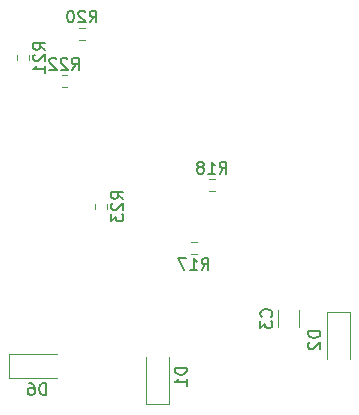
<source format=gbo>
G04 #@! TF.GenerationSoftware,KiCad,Pcbnew,9.0.2*
G04 #@! TF.CreationDate,2025-11-17T19:55:37+09:00*
G04 #@! TF.ProjectId,PitoBoard2026,5069746f-426f-4617-9264-323032362e6b,rev?*
G04 #@! TF.SameCoordinates,Original*
G04 #@! TF.FileFunction,Legend,Bot*
G04 #@! TF.FilePolarity,Positive*
%FSLAX46Y46*%
G04 Gerber Fmt 4.6, Leading zero omitted, Abs format (unit mm)*
G04 Created by KiCad (PCBNEW 9.0.2) date 2025-11-17 19:55:37*
%MOMM*%
%LPD*%
G01*
G04 APERTURE LIST*
%ADD10C,0.150000*%
%ADD11C,0.120000*%
G04 APERTURE END LIST*
D10*
X143584819Y-63257142D02*
X143108628Y-62923809D01*
X143584819Y-62685714D02*
X142584819Y-62685714D01*
X142584819Y-62685714D02*
X142584819Y-63066666D01*
X142584819Y-63066666D02*
X142632438Y-63161904D01*
X142632438Y-63161904D02*
X142680057Y-63209523D01*
X142680057Y-63209523D02*
X142775295Y-63257142D01*
X142775295Y-63257142D02*
X142918152Y-63257142D01*
X142918152Y-63257142D02*
X143013390Y-63209523D01*
X143013390Y-63209523D02*
X143061009Y-63161904D01*
X143061009Y-63161904D02*
X143108628Y-63066666D01*
X143108628Y-63066666D02*
X143108628Y-62685714D01*
X142680057Y-63638095D02*
X142632438Y-63685714D01*
X142632438Y-63685714D02*
X142584819Y-63780952D01*
X142584819Y-63780952D02*
X142584819Y-64019047D01*
X142584819Y-64019047D02*
X142632438Y-64114285D01*
X142632438Y-64114285D02*
X142680057Y-64161904D01*
X142680057Y-64161904D02*
X142775295Y-64209523D01*
X142775295Y-64209523D02*
X142870533Y-64209523D01*
X142870533Y-64209523D02*
X143013390Y-64161904D01*
X143013390Y-64161904D02*
X143584819Y-63590476D01*
X143584819Y-63590476D02*
X143584819Y-64209523D01*
X142584819Y-64542857D02*
X142584819Y-65161904D01*
X142584819Y-65161904D02*
X142965771Y-64828571D01*
X142965771Y-64828571D02*
X142965771Y-64971428D01*
X142965771Y-64971428D02*
X143013390Y-65066666D01*
X143013390Y-65066666D02*
X143061009Y-65114285D01*
X143061009Y-65114285D02*
X143156247Y-65161904D01*
X143156247Y-65161904D02*
X143394342Y-65161904D01*
X143394342Y-65161904D02*
X143489580Y-65114285D01*
X143489580Y-65114285D02*
X143537200Y-65066666D01*
X143537200Y-65066666D02*
X143584819Y-64971428D01*
X143584819Y-64971428D02*
X143584819Y-64685714D01*
X143584819Y-64685714D02*
X143537200Y-64590476D01*
X143537200Y-64590476D02*
X143489580Y-64542857D01*
X148954819Y-77561905D02*
X147954819Y-77561905D01*
X147954819Y-77561905D02*
X147954819Y-77800000D01*
X147954819Y-77800000D02*
X148002438Y-77942857D01*
X148002438Y-77942857D02*
X148097676Y-78038095D01*
X148097676Y-78038095D02*
X148192914Y-78085714D01*
X148192914Y-78085714D02*
X148383390Y-78133333D01*
X148383390Y-78133333D02*
X148526247Y-78133333D01*
X148526247Y-78133333D02*
X148716723Y-78085714D01*
X148716723Y-78085714D02*
X148811961Y-78038095D01*
X148811961Y-78038095D02*
X148907200Y-77942857D01*
X148907200Y-77942857D02*
X148954819Y-77800000D01*
X148954819Y-77800000D02*
X148954819Y-77561905D01*
X148954819Y-79085714D02*
X148954819Y-78514286D01*
X148954819Y-78800000D02*
X147954819Y-78800000D01*
X147954819Y-78800000D02*
X148097676Y-78704762D01*
X148097676Y-78704762D02*
X148192914Y-78609524D01*
X148192914Y-78609524D02*
X148240533Y-78514286D01*
X139242857Y-52324819D02*
X139576190Y-51848628D01*
X139814285Y-52324819D02*
X139814285Y-51324819D01*
X139814285Y-51324819D02*
X139433333Y-51324819D01*
X139433333Y-51324819D02*
X139338095Y-51372438D01*
X139338095Y-51372438D02*
X139290476Y-51420057D01*
X139290476Y-51420057D02*
X139242857Y-51515295D01*
X139242857Y-51515295D02*
X139242857Y-51658152D01*
X139242857Y-51658152D02*
X139290476Y-51753390D01*
X139290476Y-51753390D02*
X139338095Y-51801009D01*
X139338095Y-51801009D02*
X139433333Y-51848628D01*
X139433333Y-51848628D02*
X139814285Y-51848628D01*
X138861904Y-51420057D02*
X138814285Y-51372438D01*
X138814285Y-51372438D02*
X138719047Y-51324819D01*
X138719047Y-51324819D02*
X138480952Y-51324819D01*
X138480952Y-51324819D02*
X138385714Y-51372438D01*
X138385714Y-51372438D02*
X138338095Y-51420057D01*
X138338095Y-51420057D02*
X138290476Y-51515295D01*
X138290476Y-51515295D02*
X138290476Y-51610533D01*
X138290476Y-51610533D02*
X138338095Y-51753390D01*
X138338095Y-51753390D02*
X138909523Y-52324819D01*
X138909523Y-52324819D02*
X138290476Y-52324819D01*
X137909523Y-51420057D02*
X137861904Y-51372438D01*
X137861904Y-51372438D02*
X137766666Y-51324819D01*
X137766666Y-51324819D02*
X137528571Y-51324819D01*
X137528571Y-51324819D02*
X137433333Y-51372438D01*
X137433333Y-51372438D02*
X137385714Y-51420057D01*
X137385714Y-51420057D02*
X137338095Y-51515295D01*
X137338095Y-51515295D02*
X137338095Y-51610533D01*
X137338095Y-51610533D02*
X137385714Y-51753390D01*
X137385714Y-51753390D02*
X137957142Y-52324819D01*
X137957142Y-52324819D02*
X137338095Y-52324819D01*
X160254819Y-74461905D02*
X159254819Y-74461905D01*
X159254819Y-74461905D02*
X159254819Y-74700000D01*
X159254819Y-74700000D02*
X159302438Y-74842857D01*
X159302438Y-74842857D02*
X159397676Y-74938095D01*
X159397676Y-74938095D02*
X159492914Y-74985714D01*
X159492914Y-74985714D02*
X159683390Y-75033333D01*
X159683390Y-75033333D02*
X159826247Y-75033333D01*
X159826247Y-75033333D02*
X160016723Y-74985714D01*
X160016723Y-74985714D02*
X160111961Y-74938095D01*
X160111961Y-74938095D02*
X160207200Y-74842857D01*
X160207200Y-74842857D02*
X160254819Y-74700000D01*
X160254819Y-74700000D02*
X160254819Y-74461905D01*
X159350057Y-75414286D02*
X159302438Y-75461905D01*
X159302438Y-75461905D02*
X159254819Y-75557143D01*
X159254819Y-75557143D02*
X159254819Y-75795238D01*
X159254819Y-75795238D02*
X159302438Y-75890476D01*
X159302438Y-75890476D02*
X159350057Y-75938095D01*
X159350057Y-75938095D02*
X159445295Y-75985714D01*
X159445295Y-75985714D02*
X159540533Y-75985714D01*
X159540533Y-75985714D02*
X159683390Y-75938095D01*
X159683390Y-75938095D02*
X160254819Y-75366667D01*
X160254819Y-75366667D02*
X160254819Y-75985714D01*
X136984819Y-50657142D02*
X136508628Y-50323809D01*
X136984819Y-50085714D02*
X135984819Y-50085714D01*
X135984819Y-50085714D02*
X135984819Y-50466666D01*
X135984819Y-50466666D02*
X136032438Y-50561904D01*
X136032438Y-50561904D02*
X136080057Y-50609523D01*
X136080057Y-50609523D02*
X136175295Y-50657142D01*
X136175295Y-50657142D02*
X136318152Y-50657142D01*
X136318152Y-50657142D02*
X136413390Y-50609523D01*
X136413390Y-50609523D02*
X136461009Y-50561904D01*
X136461009Y-50561904D02*
X136508628Y-50466666D01*
X136508628Y-50466666D02*
X136508628Y-50085714D01*
X136080057Y-51038095D02*
X136032438Y-51085714D01*
X136032438Y-51085714D02*
X135984819Y-51180952D01*
X135984819Y-51180952D02*
X135984819Y-51419047D01*
X135984819Y-51419047D02*
X136032438Y-51514285D01*
X136032438Y-51514285D02*
X136080057Y-51561904D01*
X136080057Y-51561904D02*
X136175295Y-51609523D01*
X136175295Y-51609523D02*
X136270533Y-51609523D01*
X136270533Y-51609523D02*
X136413390Y-51561904D01*
X136413390Y-51561904D02*
X136984819Y-50990476D01*
X136984819Y-50990476D02*
X136984819Y-51609523D01*
X136984819Y-52561904D02*
X136984819Y-51990476D01*
X136984819Y-52276190D02*
X135984819Y-52276190D01*
X135984819Y-52276190D02*
X136127676Y-52180952D01*
X136127676Y-52180952D02*
X136222914Y-52085714D01*
X136222914Y-52085714D02*
X136270533Y-51990476D01*
X151742857Y-61124819D02*
X152076190Y-60648628D01*
X152314285Y-61124819D02*
X152314285Y-60124819D01*
X152314285Y-60124819D02*
X151933333Y-60124819D01*
X151933333Y-60124819D02*
X151838095Y-60172438D01*
X151838095Y-60172438D02*
X151790476Y-60220057D01*
X151790476Y-60220057D02*
X151742857Y-60315295D01*
X151742857Y-60315295D02*
X151742857Y-60458152D01*
X151742857Y-60458152D02*
X151790476Y-60553390D01*
X151790476Y-60553390D02*
X151838095Y-60601009D01*
X151838095Y-60601009D02*
X151933333Y-60648628D01*
X151933333Y-60648628D02*
X152314285Y-60648628D01*
X150790476Y-61124819D02*
X151361904Y-61124819D01*
X151076190Y-61124819D02*
X151076190Y-60124819D01*
X151076190Y-60124819D02*
X151171428Y-60267676D01*
X151171428Y-60267676D02*
X151266666Y-60362914D01*
X151266666Y-60362914D02*
X151361904Y-60410533D01*
X150219047Y-60553390D02*
X150314285Y-60505771D01*
X150314285Y-60505771D02*
X150361904Y-60458152D01*
X150361904Y-60458152D02*
X150409523Y-60362914D01*
X150409523Y-60362914D02*
X150409523Y-60315295D01*
X150409523Y-60315295D02*
X150361904Y-60220057D01*
X150361904Y-60220057D02*
X150314285Y-60172438D01*
X150314285Y-60172438D02*
X150219047Y-60124819D01*
X150219047Y-60124819D02*
X150028571Y-60124819D01*
X150028571Y-60124819D02*
X149933333Y-60172438D01*
X149933333Y-60172438D02*
X149885714Y-60220057D01*
X149885714Y-60220057D02*
X149838095Y-60315295D01*
X149838095Y-60315295D02*
X149838095Y-60362914D01*
X149838095Y-60362914D02*
X149885714Y-60458152D01*
X149885714Y-60458152D02*
X149933333Y-60505771D01*
X149933333Y-60505771D02*
X150028571Y-60553390D01*
X150028571Y-60553390D02*
X150219047Y-60553390D01*
X150219047Y-60553390D02*
X150314285Y-60601009D01*
X150314285Y-60601009D02*
X150361904Y-60648628D01*
X150361904Y-60648628D02*
X150409523Y-60743866D01*
X150409523Y-60743866D02*
X150409523Y-60934342D01*
X150409523Y-60934342D02*
X150361904Y-61029580D01*
X150361904Y-61029580D02*
X150314285Y-61077200D01*
X150314285Y-61077200D02*
X150219047Y-61124819D01*
X150219047Y-61124819D02*
X150028571Y-61124819D01*
X150028571Y-61124819D02*
X149933333Y-61077200D01*
X149933333Y-61077200D02*
X149885714Y-61029580D01*
X149885714Y-61029580D02*
X149838095Y-60934342D01*
X149838095Y-60934342D02*
X149838095Y-60743866D01*
X149838095Y-60743866D02*
X149885714Y-60648628D01*
X149885714Y-60648628D02*
X149933333Y-60601009D01*
X149933333Y-60601009D02*
X150028571Y-60553390D01*
X137038094Y-79854819D02*
X137038094Y-78854819D01*
X137038094Y-78854819D02*
X136799999Y-78854819D01*
X136799999Y-78854819D02*
X136657142Y-78902438D01*
X136657142Y-78902438D02*
X136561904Y-78997676D01*
X136561904Y-78997676D02*
X136514285Y-79092914D01*
X136514285Y-79092914D02*
X136466666Y-79283390D01*
X136466666Y-79283390D02*
X136466666Y-79426247D01*
X136466666Y-79426247D02*
X136514285Y-79616723D01*
X136514285Y-79616723D02*
X136561904Y-79711961D01*
X136561904Y-79711961D02*
X136657142Y-79807200D01*
X136657142Y-79807200D02*
X136799999Y-79854819D01*
X136799999Y-79854819D02*
X137038094Y-79854819D01*
X135609523Y-78854819D02*
X135799999Y-78854819D01*
X135799999Y-78854819D02*
X135895237Y-78902438D01*
X135895237Y-78902438D02*
X135942856Y-78950057D01*
X135942856Y-78950057D02*
X136038094Y-79092914D01*
X136038094Y-79092914D02*
X136085713Y-79283390D01*
X136085713Y-79283390D02*
X136085713Y-79664342D01*
X136085713Y-79664342D02*
X136038094Y-79759580D01*
X136038094Y-79759580D02*
X135990475Y-79807200D01*
X135990475Y-79807200D02*
X135895237Y-79854819D01*
X135895237Y-79854819D02*
X135704761Y-79854819D01*
X135704761Y-79854819D02*
X135609523Y-79807200D01*
X135609523Y-79807200D02*
X135561904Y-79759580D01*
X135561904Y-79759580D02*
X135514285Y-79664342D01*
X135514285Y-79664342D02*
X135514285Y-79426247D01*
X135514285Y-79426247D02*
X135561904Y-79331009D01*
X135561904Y-79331009D02*
X135609523Y-79283390D01*
X135609523Y-79283390D02*
X135704761Y-79235771D01*
X135704761Y-79235771D02*
X135895237Y-79235771D01*
X135895237Y-79235771D02*
X135990475Y-79283390D01*
X135990475Y-79283390D02*
X136038094Y-79331009D01*
X136038094Y-79331009D02*
X136085713Y-79426247D01*
X156109580Y-73233333D02*
X156157200Y-73185714D01*
X156157200Y-73185714D02*
X156204819Y-73042857D01*
X156204819Y-73042857D02*
X156204819Y-72947619D01*
X156204819Y-72947619D02*
X156157200Y-72804762D01*
X156157200Y-72804762D02*
X156061961Y-72709524D01*
X156061961Y-72709524D02*
X155966723Y-72661905D01*
X155966723Y-72661905D02*
X155776247Y-72614286D01*
X155776247Y-72614286D02*
X155633390Y-72614286D01*
X155633390Y-72614286D02*
X155442914Y-72661905D01*
X155442914Y-72661905D02*
X155347676Y-72709524D01*
X155347676Y-72709524D02*
X155252438Y-72804762D01*
X155252438Y-72804762D02*
X155204819Y-72947619D01*
X155204819Y-72947619D02*
X155204819Y-73042857D01*
X155204819Y-73042857D02*
X155252438Y-73185714D01*
X155252438Y-73185714D02*
X155300057Y-73233333D01*
X155204819Y-73566667D02*
X155204819Y-74185714D01*
X155204819Y-74185714D02*
X155585771Y-73852381D01*
X155585771Y-73852381D02*
X155585771Y-73995238D01*
X155585771Y-73995238D02*
X155633390Y-74090476D01*
X155633390Y-74090476D02*
X155681009Y-74138095D01*
X155681009Y-74138095D02*
X155776247Y-74185714D01*
X155776247Y-74185714D02*
X156014342Y-74185714D01*
X156014342Y-74185714D02*
X156109580Y-74138095D01*
X156109580Y-74138095D02*
X156157200Y-74090476D01*
X156157200Y-74090476D02*
X156204819Y-73995238D01*
X156204819Y-73995238D02*
X156204819Y-73709524D01*
X156204819Y-73709524D02*
X156157200Y-73614286D01*
X156157200Y-73614286D02*
X156109580Y-73566667D01*
X150217857Y-69284819D02*
X150551190Y-68808628D01*
X150789285Y-69284819D02*
X150789285Y-68284819D01*
X150789285Y-68284819D02*
X150408333Y-68284819D01*
X150408333Y-68284819D02*
X150313095Y-68332438D01*
X150313095Y-68332438D02*
X150265476Y-68380057D01*
X150265476Y-68380057D02*
X150217857Y-68475295D01*
X150217857Y-68475295D02*
X150217857Y-68618152D01*
X150217857Y-68618152D02*
X150265476Y-68713390D01*
X150265476Y-68713390D02*
X150313095Y-68761009D01*
X150313095Y-68761009D02*
X150408333Y-68808628D01*
X150408333Y-68808628D02*
X150789285Y-68808628D01*
X149265476Y-69284819D02*
X149836904Y-69284819D01*
X149551190Y-69284819D02*
X149551190Y-68284819D01*
X149551190Y-68284819D02*
X149646428Y-68427676D01*
X149646428Y-68427676D02*
X149741666Y-68522914D01*
X149741666Y-68522914D02*
X149836904Y-68570533D01*
X148932142Y-68284819D02*
X148265476Y-68284819D01*
X148265476Y-68284819D02*
X148694047Y-69284819D01*
X140742857Y-48324819D02*
X141076190Y-47848628D01*
X141314285Y-48324819D02*
X141314285Y-47324819D01*
X141314285Y-47324819D02*
X140933333Y-47324819D01*
X140933333Y-47324819D02*
X140838095Y-47372438D01*
X140838095Y-47372438D02*
X140790476Y-47420057D01*
X140790476Y-47420057D02*
X140742857Y-47515295D01*
X140742857Y-47515295D02*
X140742857Y-47658152D01*
X140742857Y-47658152D02*
X140790476Y-47753390D01*
X140790476Y-47753390D02*
X140838095Y-47801009D01*
X140838095Y-47801009D02*
X140933333Y-47848628D01*
X140933333Y-47848628D02*
X141314285Y-47848628D01*
X140361904Y-47420057D02*
X140314285Y-47372438D01*
X140314285Y-47372438D02*
X140219047Y-47324819D01*
X140219047Y-47324819D02*
X139980952Y-47324819D01*
X139980952Y-47324819D02*
X139885714Y-47372438D01*
X139885714Y-47372438D02*
X139838095Y-47420057D01*
X139838095Y-47420057D02*
X139790476Y-47515295D01*
X139790476Y-47515295D02*
X139790476Y-47610533D01*
X139790476Y-47610533D02*
X139838095Y-47753390D01*
X139838095Y-47753390D02*
X140409523Y-48324819D01*
X140409523Y-48324819D02*
X139790476Y-48324819D01*
X139171428Y-47324819D02*
X139076190Y-47324819D01*
X139076190Y-47324819D02*
X138980952Y-47372438D01*
X138980952Y-47372438D02*
X138933333Y-47420057D01*
X138933333Y-47420057D02*
X138885714Y-47515295D01*
X138885714Y-47515295D02*
X138838095Y-47705771D01*
X138838095Y-47705771D02*
X138838095Y-47943866D01*
X138838095Y-47943866D02*
X138885714Y-48134342D01*
X138885714Y-48134342D02*
X138933333Y-48229580D01*
X138933333Y-48229580D02*
X138980952Y-48277200D01*
X138980952Y-48277200D02*
X139076190Y-48324819D01*
X139076190Y-48324819D02*
X139171428Y-48324819D01*
X139171428Y-48324819D02*
X139266666Y-48277200D01*
X139266666Y-48277200D02*
X139314285Y-48229580D01*
X139314285Y-48229580D02*
X139361904Y-48134342D01*
X139361904Y-48134342D02*
X139409523Y-47943866D01*
X139409523Y-47943866D02*
X139409523Y-47705771D01*
X139409523Y-47705771D02*
X139361904Y-47515295D01*
X139361904Y-47515295D02*
X139314285Y-47420057D01*
X139314285Y-47420057D02*
X139266666Y-47372438D01*
X139266666Y-47372438D02*
X139171428Y-47324819D01*
D11*
X141177500Y-64137258D02*
X141177500Y-63662742D01*
X142222500Y-64137258D02*
X142222500Y-63662742D01*
X145500000Y-80660000D02*
X145500000Y-76650000D01*
X147500000Y-80660000D02*
X145500000Y-80660000D01*
X147500000Y-80660000D02*
X147500000Y-76650000D01*
X138837258Y-52777500D02*
X138362742Y-52777500D01*
X138837258Y-53822500D02*
X138362742Y-53822500D01*
X160800000Y-72840000D02*
X160800000Y-76850000D01*
X160800000Y-72840000D02*
X162800000Y-72840000D01*
X162800000Y-72840000D02*
X162800000Y-76850000D01*
X134577500Y-51537258D02*
X134577500Y-51062742D01*
X135622500Y-51537258D02*
X135622500Y-51062742D01*
X151337258Y-61577500D02*
X150862742Y-61577500D01*
X151337258Y-62622500D02*
X150862742Y-62622500D01*
X133940000Y-76400000D02*
X137950000Y-76400000D01*
X133940000Y-78400000D02*
X133940000Y-76400000D01*
X133940000Y-78400000D02*
X137950000Y-78400000D01*
X156690000Y-72688748D02*
X156690000Y-74111252D01*
X158510000Y-72688748D02*
X158510000Y-74111252D01*
X149337742Y-66877500D02*
X149812258Y-66877500D01*
X149337742Y-67922500D02*
X149812258Y-67922500D01*
X140337258Y-48777500D02*
X139862742Y-48777500D01*
X140337258Y-49822500D02*
X139862742Y-49822500D01*
M02*

</source>
